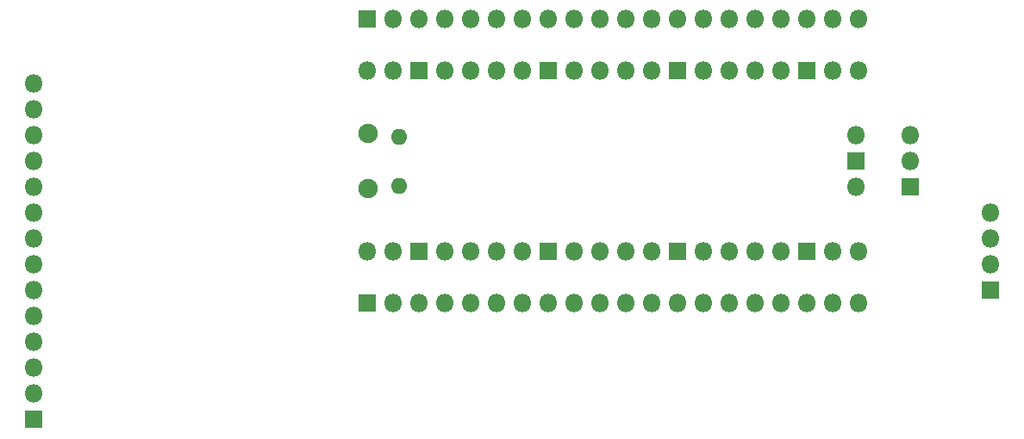
<source format=gbs>
G04 #@! TF.GenerationSoftware,KiCad,Pcbnew,(5.1.6-0)*
G04 #@! TF.CreationDate,2021-05-18T08:24:55+02:00*
G04 #@! TF.ProjectId,Pico_TFT_combiner,5069636f-5f54-4465-945f-636f6d62696e,rev?*
G04 #@! TF.SameCoordinates,Original*
G04 #@! TF.FileFunction,Soldermask,Bot*
G04 #@! TF.FilePolarity,Negative*
%FSLAX46Y46*%
G04 Gerber Fmt 4.6, Leading zero omitted, Abs format (unit mm)*
G04 Created by KiCad (PCBNEW (5.1.6-0)) date 2021-05-18 08:24:55*
%MOMM*%
%LPD*%
G01*
G04 APERTURE LIST*
%ADD10R,1.800000X1.800000*%
%ADD11O,1.800000X1.800000*%
%ADD12O,1.900000X1.900000*%
%ADD13O,1.600000X1.600000*%
G04 APERTURE END LIST*
D10*
X169926000Y-64770000D03*
D11*
X169926000Y-62230000D03*
X169926000Y-59690000D03*
D10*
X83820000Y-87630000D03*
D11*
X83820000Y-85090000D03*
X83820000Y-82550000D03*
X83820000Y-80010000D03*
X83820000Y-77470000D03*
X83820000Y-74930000D03*
X83820000Y-72390000D03*
X83820000Y-69850000D03*
X83820000Y-67310000D03*
X83820000Y-64770000D03*
X83820000Y-62230000D03*
X83820000Y-59690000D03*
X83820000Y-57150000D03*
X83820000Y-54610000D03*
X164846000Y-76200000D03*
X162306000Y-76200000D03*
X159766000Y-76200000D03*
X157226000Y-76200000D03*
X154686000Y-76200000D03*
X152146000Y-76200000D03*
X149606000Y-76200000D03*
X147066000Y-76200000D03*
X144526000Y-76200000D03*
X141986000Y-76200000D03*
X139446000Y-76200000D03*
X136906000Y-76200000D03*
X134366000Y-76200000D03*
X131826000Y-76200000D03*
X129286000Y-76200000D03*
X126746000Y-76200000D03*
X124206000Y-76200000D03*
X121666000Y-76200000D03*
X119126000Y-76200000D03*
D10*
X116586000Y-76200000D03*
X116586000Y-48260000D03*
D11*
X119126000Y-48260000D03*
X121666000Y-48260000D03*
X124206000Y-48260000D03*
X126746000Y-48260000D03*
X129286000Y-48260000D03*
X131826000Y-48260000D03*
X134366000Y-48260000D03*
X136906000Y-48260000D03*
X139446000Y-48260000D03*
X141986000Y-48260000D03*
X144526000Y-48260000D03*
X147066000Y-48260000D03*
X149606000Y-48260000D03*
X152146000Y-48260000D03*
X154686000Y-48260000D03*
X157226000Y-48260000D03*
X159766000Y-48260000D03*
X162306000Y-48260000D03*
X164846000Y-48260000D03*
X116586000Y-71120000D03*
X119126000Y-71120000D03*
D10*
X121666000Y-71120000D03*
D11*
X124206000Y-71120000D03*
X126746000Y-71120000D03*
X129286000Y-71120000D03*
X131826000Y-71120000D03*
D10*
X134366000Y-71120000D03*
D11*
X136906000Y-71120000D03*
X139446000Y-71120000D03*
X141986000Y-71120000D03*
X144526000Y-71120000D03*
D10*
X147066000Y-71120000D03*
D11*
X149606000Y-71120000D03*
X152146000Y-71120000D03*
X154686000Y-71120000D03*
X157226000Y-71120000D03*
D10*
X159766000Y-71120000D03*
D11*
X162306000Y-71120000D03*
X164846000Y-71120000D03*
X164846000Y-53340000D03*
X162306000Y-53340000D03*
D10*
X159766000Y-53340000D03*
D11*
X157226000Y-53340000D03*
X154686000Y-53340000D03*
X152146000Y-53340000D03*
X149606000Y-53340000D03*
D10*
X147066000Y-53340000D03*
D11*
X144526000Y-53340000D03*
X141986000Y-53340000D03*
X139446000Y-53340000D03*
X136906000Y-53340000D03*
D10*
X134366000Y-53340000D03*
D11*
X131826000Y-53340000D03*
X129286000Y-53340000D03*
X126746000Y-53340000D03*
X124206000Y-53340000D03*
D10*
X121666000Y-53340000D03*
D11*
X119126000Y-53340000D03*
X116586000Y-53340000D03*
D12*
X116716000Y-64955000D03*
X116716000Y-59505000D03*
D13*
X119746000Y-64655000D03*
X119746000Y-59805000D03*
D11*
X164616000Y-64770000D03*
D10*
X164616000Y-62230000D03*
D11*
X164616000Y-59690000D03*
D10*
X177800000Y-74930000D03*
D11*
X177800000Y-72390000D03*
X177800000Y-69850000D03*
X177800000Y-67310000D03*
M02*

</source>
